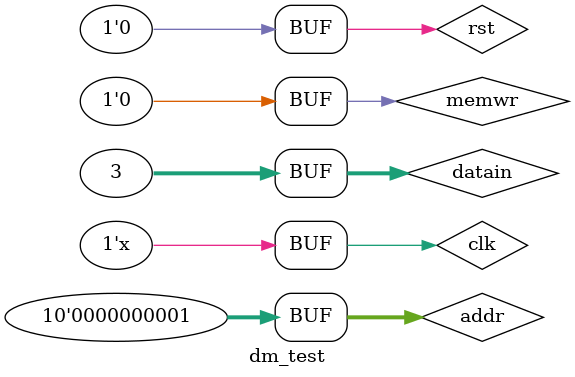
<source format=v>
module dm_test();
	reg [11:2]	addr ;  // address bus
	reg	[31:0]	datain ;   // 32-bit input data
	reg	memwr ;    // memory write enable
	wire	[31:0]  dout ;  // 32-bit memory output


	reg clk, rst;

	initial begin
		clk = 0;
		rst = 1;
		#120 rst = 0;
	end
	always #100 clk = ~clk;

	initial begin
		
		#200 memwr = 1;
		addr = 10'b0000000001;
		datain = 32'b0000_0000_0000_0000_0000_0000_0000_0001;

		#200 memwr = 1;
		addr = 10'b0000000010;
		datain = 32'b0000_0000_0000_0000_0000_0000_0110_0111;

		#200 memwr = 0;
		addr = 10'b0000000001;	
		datain = 32'b0000_0000_0000_0000_0000_0000_0000_0011;

	end
	dm_4k dm(addr,datain,memwr,clk,dout);
endmodule

</source>
